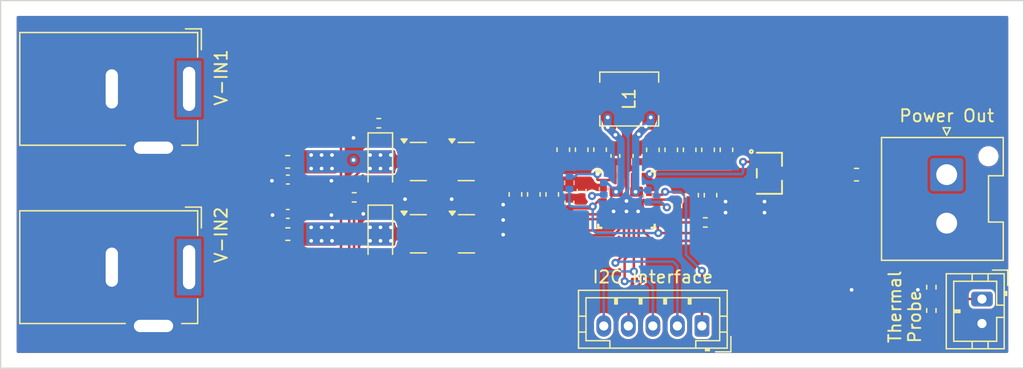
<source format=kicad_pcb>
(kicad_pcb (version 20240108) (generator "pcbnew") (generator_version "8.0")
  (title_block (title "BQ25792 BMS-BCS Dev Board") (date "2024-09-12") (rev "v0.2") (company "Karl Wünsche"))
  (layers (0 "F.Cu" mixed) (31 "B.Cu" mixed) (35 "F.Paste" user) (36 "B.SilkS" user "B.Silkscreen") (37 "F.SilkS" user "F.Silkscreen") (38 "B.Mask" user) (39 "F.Mask" user) (44 "Edge.Cuts" user))
  (net 0 "")
  (net 1 "GND")
  (net 2 "VBUS")
  (net 3 "/PMID")
  (net 4 "VIN2")
  (net 5 "VIN1")
  (net 6 "/REGN")
  (net 7 "/BTST1")
  (net 8 "/SW1")
  (net 9 "/BTST2")
  (net 10 "/SW2")
  (net 11 "VSYS")
  (net 12 "/BAT")
  (net 13 "Net-(D1-K)")
  (net 14 "Net-(D1-A)")
  (net 15 "Net-(D2-K)")
  (net 16 "Net-(D2-A)")
  (net 17 "Net-(F1-Pad1)")
  (net 18 "+BATT")
  (net 19 "Net-(J3-Pin_1)")
  (net 20 "Net-(F3-Pad1)")
  (net 21 "Net-(J5-Pin_2)")
  (net 22 "Net-(J5-Pin_4)")
  (net 23 "Net-(J5-Pin_1)")
  (net 24 "Net-(J5-Pin_3)")
  (net 25 "Net-(J5-Pin_5)")
  (net 26 "/SDRV")
  (net 27 "/ACDRV1")
  (net 28 "/ACDRV2")
  (net 29 "/PROG")
  (net 30 "/TS")
  (net 31 "/BATP")
  (net 32 "Net-(U1-STAT)")
  (footprint "Package_TO_SOT_SMD:SOT-23" (layer "F.Cu") (at 132.6875 117.4275)
    (property "Reference" "Q3" (hide yes))
    (property "Value" "ACFET2")
  )
  (footprint "Capacitor_SMD:C_0402_1005Metric" (layer "F.Cu") (at 150.55 111.0725 90)
    (property "Reference" "C14" (hide yes))
    (property "Value" "25V 0.1uF")
  )
  (footprint "Resistor_SMD:R_0402_1005Metric" (layer "F.Cu") (at 129.46 108.4 180)
    (property "Reference" "R1" (hide yes))
    (property "Value" "100")
  )
  (footprint "Package_TO_SOT_SMD:SOT-23" (layer "F.Cu") (at 136.5875 111.5275)
    (property "Reference" "Q2" (hide yes))
    (property "Value" "RBFET1")
  )
  (footprint "Fuse:Fuse_0603_1608Metric" (layer "F.Cu") (at 168.4 112.6 180)
    (property "Reference" "F2" (hide yes))
    (property "Value" "5A")
  )
  (footprint "Resistor_SMD:R_0402_1005Metric" (layer "F.Cu") (at 153.775 115.1475 90)
    (property "Reference" "R3" (hide yes))
    (property "Value" "27k")
  )
  (footprint "Capacitor_SMD:C_0603_1608Metric" (layer "F.Cu") (at 154.8 110.5725 -90)
    (property "Reference" "C17" (hide yes))
    (property "Value" "20V 10uF")
  )
  (footprint "Resistor_SMD:R_0402_1005Metric" (layer "F.Cu") (at 174.5 123.685 -90)
    (property "Reference" "R5" (hide yes))
    (property "Value" "30.31k")
  )
  (footprint "Package_TO_SOT_SMD:SOT-23" (layer "F.Cu") (at 132.6875 111.5275)
    (property "Reference" "Q1" (hide yes))
    (property "Value" "ACFET1")
  )
  (footprint "Capacitor_SMD:C_0402_1005Metric" (layer "F.Cu") (at 122.05 115.8025 180)
    (property "Reference" "C9" (hide yes))
    (property "Value" "16V 0.1uF")
  )
  (footprint "Resistor_SMD:R_0402_1005Metric" (layer "F.Cu") (at 174.5 121.785 -90)
    (property "Reference" "R4" (hide yes))
    (property "Value" "5.24k")
  )
  (footprint "Capacitor_SMD:C_0603_1608Metric" (layer "F.Cu") (at 142.1 114.2125 90)
    (property "Reference" "C3" (hide yes))
    (property "Value" "16V 10uF")
  )
  (footprint "Capacitor_SMD:C_0603_1608Metric" (layer "F.Cu") (at 156.5 114.275 90)
    (property "Reference" "C20" (hide yes))
    (property "Value" "20V 10uF")
  )
  (footprint "Package_DFN_QFN:RQM0029A-MFG" (layer "F.Cu") (at 149.649999 114.6375)
    (property "Reference" "U1" (hide yes))
    (property "Value" "BQ25792RQMR")
  )
  (footprint "Fuse:Fuse_0603_1608Metric" (layer "F.Cu") (at 122.0375 111.5525)
    (property "Reference" "F1" (hide yes))
    (property "Value" "5A")
  )
  (footprint "Capacitor_SMD:C_0402_1005Metric" (layer "F.Cu") (at 146 113.9175 -90)
    (property "Reference" "C1" (hide yes))
    (property "Value" "16V 0.1uF")
  )
  (footprint "Connector_BarrelJack:BarrelJack_GCT_DCJ200-10-A_Horizontal" (layer "F.Cu") (at 114 105.6 -90)
    (property "Reference" "J2" (hide yes))
    (property "Value" "Barrel Jack")
  )
  (footprint "Capacitor_SMD:C_0402_1005Metric" (layer "F.Cu") (at 148.749998 111.0725 90)
    (property "Reference" "C5" (hide yes))
    (property "Value" "16V 0.1uF")
  )
  (footprint "Capacitor_SMD:C_0603_1608Metric" (layer "F.Cu") (at 155 114.275 90)
    (property "Reference" "C21" (hide yes))
    (property "Value" "20V 10uF")
  )
  (footprint "Capacitor_SMD:C_0603_1608Metric" (layer "F.Cu") (at 146 110.5625 -90)
    (property "Reference" "C7" (hide yes))
    (property "Value" "16V 10uF")
  )
  (footprint "Capacitor_SMD:C_0603_1608Metric" (layer "F.Cu") (at 157.8 110.5725 -90)
    (property "Reference" "C15" (hide yes))
    (property "Value" "20V 10uF")
  )
  (footprint "Diode_SMD:D_SOD-123" (layer "F.Cu") (at 129.5875 111.55 -90)
    (property "Reference" "D1" (hide yes))
    (property "Value" "17V (nom)")
  )
  (footprint "Fuse:Fuse_0603_1608Metric" (layer "F.Cu") (at 122.05 117.4525)
    (property "Reference" "F3" (hide yes))
    (property "Value" "5A")
  )
  (footprint "Capacitor_SMD:C_0603_1608Metric" (layer "F.Cu") (at 153.3 110.5725 -90)
    (property "Reference" "C18" (hide yes))
    (property "Value" "20V 10uF")
  )
  (footprint "Capacitor_SMD:C_0603_1608Metric" (layer "F.Cu") (at 156.3 110.5725 -90)
    (property "Reference" "C16" (hide yes))
    (property "Value" "20V 10uF")
  )
  (footprint "Resistor_SMD:R_0402_1005Metric" (layer "F.Cu") (at 156.075 116.5)
    (property "Reference" "R6" (hide yes))
    (property "Value" "100")
  )
  (footprint "Connector_JST:JST_PH_B2B-PH-K_1x02_P2.00mm_Vertical" (layer "F.Cu") (at 178.625 122.75 -90)
    (property "Reference" "TH1" (hide yes))
    (property "Value" "Battery Probe" (hide yes))
  )
  (footprint "Capacitor_SMD:C_0402_1005Metric" (layer "F.Cu") (at 145 114.8775 90)
    (property "Reference" "C11" (hide yes))
    (property "Value" "10V 4.7uF")
  )
  (footprint "Capacitor_SMD:C_0603_1608Metric" (layer "F.Cu") (at 140.6 114.2125 90)
    (property "Reference" "C4" (hide yes))
    (property "Value" "16V 10uF")
  )
  (footprint "Inductor_SMD:L_4.5x4.1_H2" (layer "F.Cu") (at 149.875 106.427499)
    (property "Reference" "L1")
    (property "Value" "2.2uH Isat > 4A")
  )
  (footprint "Package_TO_SOT_SMD:SOT-23-3L" (layer "F.Cu") (at 161.3 112.487499 -90)
    (property "Reference" "Q5" (hide yes))
    (property "Value" "BATFET")
  )
  (footprint "Diode_SMD:D_SOD-123" (layer "F.Cu") (at 129.5875 117.45 -90)
    (property "Reference" "D2" (hide yes))
    (property "Value" "17V (nom)")
  )
  (footprint "Capacitor_SMD:C_0603_1608Metric" (layer "F.Cu") (at 144.5 110.5625 -90)
    (property "Reference" "C8" (hide yes))
    (property "Value" "16V 10uF")
  )
  (footprint "Resistor_SMD:R_0402_1005Metric" (layer "F.Cu") (at 127.46 114.4525 180)
    (property "Reference" "R2" (hide yes))
    (property "Value" "100")
  )
  (footprint "Capacitor_SMD:C_0402_1005Metric" (layer "F.Cu") (at 122.05 113.0025 180)
    (property "Reference" "C10" (hide yes))
    (property "Value" "16V 0.1uF")
  )
  (footprint "Connector_JST:JST_PH_B5B-PH-K_1x05_P2.00mm_Vertical" (layer "F.Cu") (at 155.8 124.95 180)
    (property "Reference" "J5" (hide yes))
    (property "Value" "I2C Interface")
  )
  (footprint "Capacitor_SMD:C_0603_1608Metric" (layer "F.Cu") (at 151.8 110.5725 -90)
    (property "Reference" "C19" (hide yes))
    (property "Value" "20V 10uF")
  )
  (footprint "Connector_BarrelJack:BarrelJack_GCT_DCJ200-10-A_Horizontal" (layer "F.Cu") (at 114 120.15 -90)
    (property "Reference" "J1" (hide yes))
    (property "Value" "Barrel Jack")
  )
  (footprint "Package_TO_SOT_SMD:SOT-23" (layer "F.Cu") (at 136.6125 117.4275)
    (property "Reference" "Q4" (hide yes))
    (property "Value" "RBFET2")
  )
  (footprint "Capacitor_SMD:C_0603_1608Metric" (layer "F.Cu") (at 147.5 110.5625 -90)
    (property "Reference" "C6" (hide yes))
    (property "Value" "16V 10uF")
  )
  (footprint "Connector_JST:JST_VH_B2P-VH-FB-B_1x02_P3.96mm_Vertical" (layer "F.Cu") (at 175.75 112.6 -90)
    (property "Reference" "J3" (hide yes))
    (property "Value" "Power Out")
  )
  (footprint "Capacitor_SMD:C_0603_1608Metric" (layer "F.Cu") (at 143.6 114.2125 90)
    (property "Reference" "C2" (hide yes))
    (property "Value" "16V 10uF")
  )
  (footprint "Resistor_SMD:R_0402_1005Metric" (layer "B.Cu") (at 145 113.2625 -90)
    (property "Reference" "R7" (hide yes))
    (property "Value" "10k")
  )
  (footprint "Capacitor_SMD:C_0402_1005Metric" (layer "B.Cu") (at 147.8 113.7525 -90)
    (property "Reference" "C12" (hide yes))
    (property "Value" "20V 47nF")
  )
  (footprint "Capacitor_SMD:C_0402_1005Metric" (layer "B.Cu") (at 151.4 114.3525 90)
    (property "Reference" "C13" (hide yes))
    (property "Value" "20V 47nF")
  )
  (gr_rect (start 98.6375 98.395) (end 182.0225 128.4) (stroke (width 0.1)) (fill none) (layer "Edge.Cuts"))
  (gr_text "Thermal\nProbe" (at 173.725 126.442858 90) (layer "F.SilkS") (effects (font (size 1 1) (thickness 0.153)) (justify left bottom)))
  (gr_text "V-IN1" (at 117.2 107.060714 90) (layer "F.SilkS") (effects (font (size 1 1) (thickness 0.153)) (justify left bottom)))
  (gr_text "V-IN2" (at 117.2 119.910714 90) (layer "F.SilkS") (effects (font (size 1 1) (thickness 0.153)) (justify left bottom)))
  (segment (start 147.5 109.7875) (end 147.51 109.7975) (width 0.8) (layer "F.Cu") (net 1))
  (segment (start 149.649999 112.937501) (end 149.649999 110.9525) (width 0.2) (layer "F.Cu") (net 1))
  (segment (start 151.79 109.7875) (end 151.8 109.7975) (width 0.2) (layer "F.Cu") (net 1))
  (segment (start 149.649999 112.937501) (end 149.649999 114.7525) (width 0.2) (layer "F.Cu") (net 1))
  (via (at 125.6 115.9) (size 0.66) (drill 0.3) (layers "F.Cu" "B.Cu") (net 1))
  (via (at 150.6 115.6) (size 0.66) (drill 0.3) (layers "F.Cu" "B.Cu") (net 1))
  (via (at 128.2 115.8) (size 0.66) (drill 0.3) (layers "F.Cu" "B.Cu") (net 1))
  (via (at 157.725 114.8) (size 0.66) (drill 0.3) (layers "F.Cu" "B.Cu") (net 1))
  (via (at 148.6 115.6) (size 0.66) (drill 0.3) (layers "F.Cu" "B.Cu") (net 1))
  (via (at 127.4 111.4) (size 0.66) (drill 0.3) (layers "F.Cu" "B.Cu") (net 1))
  (via (at 139.6 117.5) (size 0.66) (drill 0.3) (layers "F.Cu" "B.Cu") (net 1))
  (via (at 131.6 114.6) (size 0.66) (drill 0.3) (layers "F.Cu" "B.Cu") (net 1))
  (via (at 139.6 115.05) (size 0.66) (drill 0.3) (layers "F.Cu" "B.Cu") (net 1))
  (via (at 157.725 115.7) (size 0.66) (drill 0.3) (layers "F.Cu" "B.Cu") (net 1))
  (via (at 149.649999 115.6) (size 0.66) (drill 0.3) (layers "F.Cu" "B.Cu") (net 1))
  (via (at 139.6 116.3) (size 0.66) (drill 0.3) (layers "F.Cu" "B.Cu") (net 1))
  (via (at 135.4 114.6) (size 0.66) (drill 0.3) (layers "F.Cu" "B.Cu") (net 1))
  (via (at 149.649999 114.7525) (size 0.66) (drill 0.3) (layers "F.Cu" "B.Cu") (net 1))
  (via (at 160.9 114.8) (size 0.66) (drill 0.3) (layers "F.Cu" "B.Cu") (net 1))
  (via (at 160.9 115.7) (size 0.66) (drill 0.3) (layers "F.Cu" "B.Cu") (net 1))
  (via (at 127.4 109.6) (size 0.66) (drill 0.3) (layers "F.Cu" "B.Cu") (net 1))
  (via (at 173.4 122) (size 0.66) (drill 0.3) (layers "F.Cu" "B.Cu") (net 1))
  (via (at 168 122) (size 0.66) (drill 0.3) (layers "F.Cu" "B.Cu") (net 1))
  (via (at 120.8 115.9) (size 0.66) (drill 0.3) (layers "F.Cu" "B.Cu") (net 1))
  (via (at 120.75 113.1) (size 0.66) (drill 0.3) (layers "F.Cu" "B.Cu") (net 1))
  (via (at 125.6 113.1) (size 0.66) (drill 0.3) (layers "F.Cu" "B.Cu") (net 1))
  (segment (start 148.749998 111.5525) (end 148.749998 112.9125) (width 0.2) (layer "F.Cu") (net 3))
  (segment (start 147.5 111.3375) (end 147.715 111.5525) (width 0.57) (layer "F.Cu") (net 3))
  (segment (start 147.715 111.5525) (end 148.749998 111.5525) (width 0.57) (layer "F.Cu") (net 3))
  (segment (start 140.45 116.1025) (end 145.95 116.1025) (width 0.2) (layer "F.Cu") (net 4))
  (segment (start 140.25 116.3025) (end 140.45 116.1025) (width 0.2) (layer "F.Cu") (net 4))
  (segment (start 128.15 118.1025) (end 128.55 118.1025) (width 0.2) (layer "F.Cu") (net 4))
  (segment (start 122.53 117.145) (end 122.8375 117.4525) (width 0.2) (layer "F.Cu") (net 4))
  (segment (start 127.85 118.4025) (end 128.15 118.1025) (width 0.2) (layer "F.Cu") (net 4))
  (segment (start 139.1 119.9525) (end 140.25 118.8025) (width 0.2) (layer "F.Cu") (net 4))
  (segment (start 140.25 116.3025) (end 140.25 118.8025) (width 0.2) (layer "F.Cu") (net 4))
  (segment (start 122.53 115.8025) (end 122.53 117.145) (width 0.2) (layer "F.Cu") (net 4))
  (segment (start 145.95 116.1025) (end 146.215 115.8375) (width 0.2) (layer "F.Cu") (net 4))
  (segment (start 146.215 115.8375) (end 147.75 115.8375) (width 0.2) (layer "F.Cu") (net 4))
  (segment (start 139.1 119.9525) (end 127.85 119.9525) (width 0.2) (layer "F.Cu") (net 4))
  (segment (start 127.85 119.9525) (end 127.85 118.4025) (width 0.2) (layer "F.Cu") (net 4))
  (via (at 125.65 118) (size 0.66) (drill 0.3) (layers "F.Cu" "B.Cu") (net 4))
  (via (at 128.75 118) (size 0.66) (drill 0.3) (layers "F.Cu" "B.Cu") (net 4))
  (via (at 129.6 118) (size 0.66) (drill 0.3) (layers "F.Cu" "B.Cu") (net 4))
  (via (at 124.8 116.9) (size 0.66) (drill 0.3) (layers "F.Cu" "B.Cu") (net 4))
  (via (at 128.75 116.9) (size 0.66) (drill 0.3) (layers "F.Cu" "B.Cu") (net 4))
  (via (at 130.45 118) (size 0.66) (drill 0.3) (layers "F.Cu" "B.Cu") (net 4))
  (via (at 123.95 118) (size 0.66) (drill 0.3) (layers "F.Cu" "B.Cu") (net 4))
  (via (at 125.65 116.9) (size 0.66) (drill 0.3) (layers "F.Cu" "B.Cu") (net 4))
  (via (at 123.95 116.9) (size 0.66) (drill 0.3) (layers "F.Cu" "B.Cu") (net 4))
  (via (at 124.8 118) (size 0.66) (drill 0.3) (layers "F.Cu" "B.Cu") (net 4))
  (via (at 130.45 116.9) (size 0.66) (drill 0.3) (layers "F.Cu" "B.Cu") (net 4))
  (via (at 129.6 116.9) (size 0.66) (drill 0.3) (layers "F.Cu" "B.Cu") (net 4))
  (segment (start 140.65 118.9525) (end 139.25 120.3525) (width 0.2) (layer "F.Cu") (net 5))
  (segment (start 127.45 120.014948) (end 127.45 112.8025) (width 0.2) (layer "F.Cu") (net 5))
  (segment (start 146.415 116.2375) (end 146.15 116.5025) (width 0.2) (layer "F.Cu") (net 5))
  (segment (start 122.53 111.8475) (end 122.825 111.5525) (width 0.2) (layer "F.Cu") (net 5))
  (segment (start 146.15 116.5025) (end 140.75 116.5025) (width 0.2) (layer "F.Cu") (net 5))
  (segment (start 122.53 113.0025) (end 122.53 111.8475) (width 0.2) (layer "F.Cu") (net 5))
  (segment (start 140.75 116.5025) (end 140.65 116.6025) (width 0.2) (layer "F.Cu") (net 5))
  (segment (start 122.825 111.5525) (end 122.9875 111.5525) (width 0.2) (layer "F.Cu") (net 5))
  (segment (start 128.15 112.1025) (end 128.55 112.1025) (width 0.2) (layer "F.Cu") (net 5))
  (segment (start 127.787552 120.3525) (end 127.45 120.014948) (width 0.2) (layer "F.Cu") (net 5))
  (segment (start 127.45 112.8025) (end 128.15 112.1025) (width 0.2) (layer "F.Cu") (net 5))
  (segment (start 147.949999 116.2375) (end 146.415 116.2375) (width 0.2) (layer "F.Cu") (net 5))
  (segment (start 139.25 120.3525) (end 127.787552 120.3525) (width 0.2) (layer "F.Cu") (net 5))
  (segment (start 140.65 116.6025) (end 140.65 118.9525) (width 0.2) (layer "F.Cu") (net 5))
  (via (at 130.45 111) (size 0.66) (drill 0.3) (layers "F.Cu" "B.Cu") (net 5))
  (via (at 128.75 111) (size 0.66) (drill 0.3) (layers "F.Cu" "B.Cu") (net 5))
  (via (at 124.8 111) (size 0.66) (drill 0.3) (layers "F.Cu" "B.Cu") (net 5))
  (via (at 129.6 111) (size 0.66) (drill 0.3) (layers "F.Cu" "B.Cu") (net 5))
  (via (at 129.6 112.1) (size 0.66) (drill 0.3) (layers "F.Cu" "B.Cu") (net 5))
  (via (at 128.75 112.1) (size 0.66) (drill 0.3) (layers "F.Cu" "B.Cu") (net 5))
  (via (at 123.95 111) (size 0.66) (drill 0.3) (layers "F.Cu" "B.Cu") (net 5))
  (via (at 130.45 112.1) (size 0.66) (drill 0.3) (layers "F.Cu" "B.Cu") (net 5))
  (via (at 125.65 111) (size 0.66) (drill 0.3) (layers "F.Cu" "B.Cu") (net 5))
  (via (at 123.95 112.1) (size 0.66) (drill 0.3) (layers "F.Cu" "B.Cu") (net 5))
  (via (at 125.65 112.1) (size 0.66) (drill 0.3) (layers "F.Cu" "B.Cu") (net 5))
  (via (at 124.8 112.1) (size 0.66) (drill 0.3) (layers "F.Cu" "B.Cu") (net 5))
  (segment (start 147.4625 114.6375) (end 147.75 114.6375) (width 0.2) (layer "F.Cu") (net 6))
  (segment (start 162.37 117.37) (end 166.275 121.275) (width 0.2) (layer "F.Cu") (net 6))
  (segment (start 146.9 115.2) (end 147.4625 114.6375) (width 0.2) (layer "F.Cu") (net 6))
  (segment (start 152.245478 117.37) (end 152.2 117.324522) (width 0.2) (layer "F.Cu") (net 6))
  (segment (start 146.9 115.2) (end 146.7425 115.3575) (width 0.2) (layer "F.Cu") (net 6))
  (segment (start 166.275 121.275) (end 174.5 121.275) (width 0.2) (layer "F.Cu") (net 6))
  (segment (start 152.049998 115.8375) (end 151.499998 115.8375) (width 0.2) (layer "F.Cu") (net 6))
  (segment (start 152.2 115.987502) (end 152.049998 115.8375) (width 0.2) (layer "F.Cu") (net 6))
  (segment (start 152.245478 117.37) (end 162.37 117.37) (width 0.2) (layer "F.Cu") (net 6))
  (segment (start 152.2 117.324522) (end 152.2 115.987502) (width 0.2) (layer "F.Cu") (net 6))
  (segment (start 146.7425 115.3575) (end 145 115.3575) (width 0.2) (layer "F.Cu") (net 6))
  (via (at 146.9 115.2) (size 0.66) (drill 0.3) (layers "F.Cu" "B.Cu") (net 6))
  (via (at 152.245478 117.37) (size 0.66) (drill 0.3) (layers "F.Cu" "B.Cu") (net 6))
  (segment (start 145.0975 115.2) (end 145 115.1025) (width 0.2) (layer "B.Cu") (net 6))
  (segment (start 146.9 117.1) (end 147.17 117.37) (width 0.2) (layer "B.Cu") (net 6))
  (segment (start 147.17 117.37) (end 152.245478 117.37) (width 0.2) (layer "B.Cu") (net 6))
  (segment (start 146.9 115.2) (end 145.0975 115.2) (width 0.2) (layer "B.Cu") (net 6))
  (segment (start 145 115.1025) (end 145 113.7725) (width 0.2) (layer "B.Cu") (net 6))
  (segment (start 146.9 115.2) (end 146.9 117.1) (width 0.2) (layer "B.Cu") (net 6))
  (segment (start 146.944592 114.237501) (end 147.75 114.237501) (width 0.2) (layer "F.Cu") (net 7))
  (segment (start 146.839999 114.342094) (end 146.944592 114.237501) (width 0.2) (layer "F.Cu") (net 7))
  (via (at 146.839999 114.342094) (size 0.66) (drill 0.3) (layers "F.Cu" "B.Cu") (net 7))
  (segment (start 146.839999 114.342094) (end 146.949593 114.2325) (width 0.2) (layer "B.Cu") (net 7))
  (segment (start 146.949593 114.2325) (end 147.8 114.2325) (width 0.2) (layer "B.Cu") (net 7))
  (segment (start 148.747502 109.35) (end 148.125001 108.727499) (width 0.6) (layer "F.Cu") (net 8))
  (segment (start 148.8 114) (end 148.9775 114) (width 0.2) (layer "F.Cu") (net 8))
  (segment (start 148.75 109.35) (end 148.747502 109.35) (width 0.2) (layer "F.Cu") (net 8))
  (segment (start 148.125001 107.927499) (end 148.125001 106.4525) (width 0.4) (layer "F.Cu") (net 8))
  (segment (start 149.2 113.6) (end 148.8 114) (width 0.2) (layer "F.Cu") (net 8))
  (segment (start 149.2 112.937501) (end 149.2 113.6) (width 0.2) (layer "F.Cu") (net 8))
  (via (at 148.75 109.35) (size 0.66) (drill 0.3) (layers "F.Cu" "B.Cu") (net 8))
  (via (at 148.8 114) (size 0.66) (drill 0.3) (layers "F.Cu" "B.Cu") (net 8))
  (via (at 148.125001 108.727499) (size 0.66) (drill 0.3) (layers "F.Cu" "B.Cu") (net 8))
  (via (at 148.125001 107.927499) (size 0.66) (drill 0.3) (layers "F.Cu" "B.Cu") (net 8))
  (segment (start 149.2 109.802498) (end 148.125001 108.727499) (width 0.6) (layer "B.Cu") (net 8))
  (segment (start 149.2 113.6) (end 149.2 109.802498) (width 0.6) (layer "B.Cu") (net 8))
  (segment (start 148.8 114) (end 149.2 113.6) (width 0.6) (layer "B.Cu") (net 8))
  (segment (start 148.8 114) (end 148.0725 113.2725) (width 0.2) (layer "B.Cu") (net 8))
  (segment (start 148.125001 107.927499) (end 148.125001 108.727499) (width 0.6) (layer "B.Cu") (net 8))
  (segment (start 148.0725 113.2725) (end 147.8 113.2725) (width 0.2) (layer "B.Cu") (net 8))
  (segment (start 148.2 108.727499) (end 148.125001 108.727499) (width 0.4) (layer "B.Cu") (net 8))
  (segment (start 152.943998 115.267499) (end 152.713998 115.037499) (width 0.2) (layer "F.Cu") (net 9))
  (segment (start 152.713998 115.037499) (end 151.509998 115.037499) (width 0.2) (layer "F.Cu") (net 9))
  (via (at 152.943998 115.267499) (size 0.66) (drill 0.3) (layers "F.Cu" "B.Cu") (net 9))
  (segment (start 152.508999 114.8325) (end 151.4 114.8325) (width 0.2) (layer "B.Cu") (net 9))
  (segment (start 152.943998 115.267499) (end 152.508999 114.8325) (width 0.2) (layer "B.Cu") (net 9))
  (segment (start 150.65 109.25) (end 151.225 108.675) (width 0.6) (layer "F.Cu") (net 10))
  (segment (start 151.625001 108.274999) (end 151.625001 107.927499) (width 0.6) (layer "F.Cu") (net 10))
  (segment (start 150.099998 112.937501) (end 150.099998 113.708752) (width 0.2) (layer "F.Cu") (net 10))
  (segment (start 150.65 109.3) (end 150.65 109.25) (width 0.2) (layer "F.Cu") (net 10))
  (segment (start 151.625001 107.927499) (end 151.625001 106.452498) (width 0.4) (layer "F.Cu") (net 10))
  (segment (start 151.225 108.675) (end 151.625001 108.274999) (width 0.6) (layer "F.Cu") (net 10))
  (segment (start 151.625001 106.452498) (end 151.65 106.427499) (width 0.4) (layer "F.Cu") (net 10))
  (segment (start 150.099998 113.708752) (end 150.391246 114) (width 0.2) (layer "F.Cu") (net 10))
  (via (at 151.625001 107.927499) (size 0.66) (drill 0.3) (layers "F.Cu" "B.Cu") (net 10))
  (via (at 150.391246 114) (size 0.66) (drill 0.3) (layers "F.Cu" "B.Cu") (net 10))
  (via (at 150.65 109.3) (size 0.66) (drill 0.3) (layers "F.Cu" "B.Cu") (net 10))
  (via (at 151.225 108.675) (size 0.66) (drill 0.3) (layers "F.Cu" "B.Cu") (net 10))
  (segment (start 150.4 109.55) (end 151.625001 108.324999) (width 0.6) (layer "B.Cu") (net 10))
  (segment (start 150.391246 113.863469) (end 150.400277 113.8725) (width 0.2) (layer "B.Cu") (net 10))
  (segment (start 150.400277 113.8725) (end 151.4 113.8725) (width 0.2) (layer "B.Cu") (net 10))
  (segment (start 150.4 113.854715) (end 150.4 109.55) (width 0.6) (layer "B.Cu") (net 10))
  (segment (start 150.391246 113.863469) (end 150.4 113.854715) (width 0.6) (layer "B.Cu") (net 10))
  (segment (start 151.625001 108.324999) (end 151.625001 107.927499) (width 0.6) (layer "B.Cu") (net 10))
  (segment (start 151.8 111.3475) (end 151.595 111.5525) (width 0.57) (layer "F.Cu") (net 11))
  (segment (start 151.595 111.5525) (end 150.55 111.5525) (width 0.57) (layer "F.Cu") (net 11))
  (segment (start 150.55 111.5525) (end 150.55 112.937501) (width 0.2) (layer "F.Cu") (net 11))
  (segment (start 131.75 110.5775) (end 131.1 109.9275) (width 0.2) (layer "F.Cu") (net 13))
  (segment (start 136.1375 110.5775) (end 136.2875 110.4275) (width 0.2) (layer "F.Cu") (net 13))
  (segment (start 129.615 109.9275) (end 129.5875 109.9) (width 0.2) (layer "F.Cu") (net 13))
  (segment (start 131.925 110.4025) (end 135.475 110.4025) (width 0.2) (layer "F.Cu") (net 13))
  (segment (start 131.75 110.5775) (end 131.925 110.4025) (width 0.2) (layer "F.Cu") (net 13))
  (segment (start 135.65 110.5775) (end 136.2375 110.5775) (width 0.2) (layer "F.Cu") (net 13))
  (segment (start 129.97 108.4) (end 129.97 109.5175) (width 0.2) (layer "F.Cu") (net 13))
  (segment (start 129.97 109.5175) (end 129.5875 109.9) (width 0.2) (layer "F.Cu") (net 13))
  (segment (start 131.1 109.9275) (end 129.615 109.9275) (width 0.2) (layer "F.Cu") (net 13))
  (segment (start 129.6 114.6025) (end 129.45 114.4525) (width 0.2) (layer "F.Cu") (net 15))
  (segment (start 131.55 116.4775) (end 131.725 116.3025) (width 0.2) (layer "F.Cu") (net 15))
  (segment (start 136.0375 116.4775) (end 136.1875 116.3275) (width 0.2) (layer "F.Cu") (net 15))
  (segment (start 131.725 116.3025) (end 135.275 116.3025) (width 0.2) (layer "F.Cu") (net 15))
  (segment (start 130.9 115.8275) (end 129.415 115.8275) (width 0.2) (layer "F.Cu") (net 15))
  (segment (start 136.2875 116.3275) (end 136.3125 116.3025) (width 0.2) (layer "F.Cu") (net 15))
  (segment (start 131.55 116.4775) (end 130.9 115.8275) (width 0.2) (layer "F.Cu") (net 15))
  (segment (start 129.6 115.7875) (end 129.6 114.6025) (width 0.2) (layer "F.Cu") (net 15))
  (segment (start 129.45 114.4525) (end 127.97 114.4525) (width 0.2) (layer "F.Cu") (net 15))
  (segment (start 129.5875 115.8) (end 129.6 115.7875) (width 0.2) (layer "F.Cu") (net 15))
  (segment (start 156.585 116.5) (end 161.3 116.5) (width 0.2) (layer "F.Cu") (net 18))
  (segment (start 161.3 116.5) (end 161.6 116.2) (width 0.2) (layer "F.Cu") (net 18))
  (segment (start 161.6 116.2) (end 161.6 113.6) (width 0.2) (layer "F.Cu") (net 18))
  (segment (start 149.449999 119.100001) (end 149.449999 116.537499) (width 0.2) (layer "F.Cu") (net 21))
  (segment (start 148.75 119.8) (end 149.449999 119.100001) (width 0.2) (layer "F.Cu") (net 21))
  (via (at 148.75 119.8) (size 0.66) (drill 0.3) (layers "F.Cu" "B.Cu") (net 21))
  (segment (start 148.850001 119.699999) (end 153.449999 119.699999) (width 0.2) (layer "B.Cu") (net 21))
  (segment (start 153.449999 119.699999) (end 153.8 120.05) (width 0.2) (layer "B.Cu") (net 21))
  (segment (start 148.75 119.8) (end 148.850001 119.699999) (width 0.2) (layer "B.Cu") (net 21))
  (segment (start 153.8 120.05) (end 153.8 124.95) (width 0.2) (layer "B.Cu") (net 21))
  (segment (start 150.65 116.537499) (end 150.65 118.65) (width 0.2) (layer "F.Cu") (net 22))
  (segment (start 150.9 121.35) (end 149.827 122.423) (width 0.2) (layer "F.Cu") (net 22))
  (segment (start 150.9 118.9) (end 150.9 121.35) (width 0.2) (layer "F.Cu") (net 22))
  (segment (start 150.65 118.65) (end 150.9 118.9) (width 0.2) (layer "F.Cu") (net 22))
  (segment (start 149.827 124.923) (end 149.8 124.95) (width 0.2) (layer "F.Cu") (net 22))
  (segment (start 149.827 122.423) (end 149.827 124.923) (width 0.2) (layer "F.Cu") (net 22))
  (segment (start 152.8 114) (end 152.562499 114.237501) (width 0.2) (layer "F.Cu") (net 23))
  (segment (start 152.562499 114.237501) (end 151.549998 114.237501) (width 0.2) (layer "F.Cu") (net 23))
  (segment (start 155.8 120.4525) (end 155.8 124.95) (width 0.2) (layer "F.Cu") (net 23))
  (via (at 155.8 120.4525) (size 0.66) (drill 0.3) (layers "F.Cu" "B.Cu") (net 23))
  (via (at 152.8 114) (size 0.66) (drill 0.3) (layers "F.Cu" "B.Cu") (net 23))
  (segment (start 154.0475 114) (end 154.5 114.4525) (width 0.2) (layer "B.Cu") (net 23))
  (segment (start 152.8 114) (end 154.0475 114) (width 0.2) (layer "B.Cu") (net 23))
  (segment (start 154.5 114.4525) (end 154.5 119.1525) (width 0.2) (layer "B.Cu") (net 23))
  (segment (start 154.5 119.1525) (end 155.8 120.4525) (width 0.2) (layer "B.Cu") (net 23))
  (segment (start 149.849999 119.1525) (end 149.849999 116.537499) (width 0.2) (layer "F.Cu") (net 24))
  (segment (start 149.5 119.502499) (end 149.849999 119.1525) (width 0.2) (layer "F.Cu") (net 24))
  (segment (start 149.5 121.3) (end 149.5 119.502499) (width 0.2) (layer "F.Cu") (net 24))
  (via (at 149.5 121.3) (size 0.66) (drill 0.3) (layers "F.Cu" "B.Cu") (net 24))
  (segment (start 151.4 121.3) (end 151.8 121.7) (width 0.2) (layer "B.Cu") (net 24))
  (segment (start 151.8 121.7) (end 151.8 124.95) (width 0.2) (layer "B.Cu") (net 24))
  (segment (start 149.5 121.3) (end 151.4 121.3) (width 0.2) (layer "B.Cu") (net 24))
  (segment (start 150.249998 116.537499) (end 150.249998 120.5) (width 0.2) (layer "F.Cu") (net 25))
  (via (at 150.249998 120.5) (size 0.66) (drill 0.3) (layers "F.Cu" "B.Cu") (net 25))
  (segment (start 147.8 120.589998) (end 147.8 124.95) (width 0.2) (layer "B.Cu") (net 25))
  (segment (start 150.249998 120.5) (end 147.889998 120.5) (width 0.2) (layer "B.Cu") (net 25))
  (segment (start 147.889998 120.5) (end 147.8 120.589998) (width 0.2) (layer "B.Cu") (net 25))
  (segment (start 159.15 111.5525) (end 160.139798 111.5525) (width 0.2) (layer "F.Cu") (net 26))
  (via (at 151.55 112.55) (size 0.66) (drill 0.3) (layers "F.Cu" "B.Cu") (net 26))
  (via (at 159.15 111.5525) (size 0.66) (drill 0.3) (layers "F.Cu" "B.Cu") (net 26))
  (segment (start 159.15 112.45) (end 159.05 112.55) (width 0.2) (layer "B.Cu") (net 26))
  (segment (start 151.55 112.55) (end 151.6 112.5) (width 0.2) (layer "B.Cu") (net 26))
  (segment (start 159.05 112.55) (end 151.55 112.55) (width 0.2) (layer "B.Cu") (net 26))
  (segment (start 159.15 111.5525) (end 159.15 112.45) (width 0.2) (layer "B.Cu") (net 26))
  (segment (start 126.38 109.0725) (end 127.0525 108.4) (width 0.2) (layer "F.Cu") (net 27))
  (segment (start 126.38 120.0825) (end 126.38 109.0725) (width 0.2) (layer "F.Cu") (net 27))
  (segment (start 149.05 116.537499) (end 149.05 117.099944) (width 0.2) (layer "F.Cu") (net 27))
  (segment (start 149.05 117.099944) (end 148.597444 117.5525) (width 0.2) (layer "F.Cu") (net 27))
  (segment (start 148.597444 117.5525) (end 141.55 117.5525) (width 0.2) (layer "F.Cu") (net 27))
  (segment (start 141.45 117.6525) (end 141.45 119.2525) (width 0.2) (layer "F.Cu") (net 27))
  (segment (start 141.55 117.5525) (end 141.45 117.6525) (width 0.2) (layer "F.Cu") (net 27))
  (segment (start 139.55 121.1525) (end 127.45 121.1525) (width 0.2) (layer "F.Cu") (net 27))
  (segment (start 141.45 119.2525) (end 139.55 121.1525) (width 0.2) (layer "F.Cu") (net 27))
  (segment (start 127.0525 108.4) (end 128.82 108.4) (width 0.2) (layer "F.Cu") (net 27))
  (segment (start 127.45 121.1525) (end 126.38 120.0825) (width 0.2) (layer "F.Cu") (net 27))
  (segment (start 141.15 117.1525) (end 141.05 117.2525) (width 0.2) (layer "F.Cu") (net 28))
  (segment (start 141.05 119.1025) (end 139.4 120.7525) (width 0.2) (layer "F.Cu") (net 28))
  (segment (start 127.05 120.2025) (end 127.05 114.5525) (width 0.2) (layer "F.Cu") (net 28))
  (segment (start 127.05 114.5525) (end 126.95 114.4525) (width 0.2) (layer "F.Cu") (net 28))
  (segment (start 127.6 120.7525) (end 127.05 120.2025) (width 0.2) (layer "F.Cu") (net 28))
  (segment (start 141.05 117.2525) (end 141.05 119.1025) (width 0.2) (layer "F.Cu") (net 28))
  (segment (start 148.534996 117.1525) (end 141.15 117.1525) (width 0.2) (layer "F.Cu") (net 28))
  (segment (start 148.649998 116.537499) (end 148.649998 117.037498) (width 0.2) (layer "F.Cu") (net 28))
  (segment (start 139.4 120.7525) (end 127.6 120.7525) (width 0.2) (layer "F.Cu") (net 28))
  (segment (start 148.649998 117.037498) (end 148.534996 117.1525) (width 0.2) (layer "F.Cu") (net 28))
  (segment (start 151.549998 114.6375) (end 153.775 114.6375) (width 0.2) (layer "F.Cu") (net 29))
  (segment (start 167 122.8) (end 174.5 122.8) (width 0.2) (layer "F.Cu") (net 30))
  (segment (start 162.2 118) (end 167 122.8) (width 0.2) (layer "F.Cu") (net 30))
  (segment (start 174.5 122.745) (end 174.505 122.75) (width 0.2) (layer "F.Cu") (net 30))
  (segment (start 151.049999 116.5375) (end 151.049999 117.249999) (width 0.2) (layer "F.Cu") (net 30))
  (segment (start 174.5 122.295) (end 174.5 122.745) (width 0.2) (layer "F.Cu") (net 30))
  (segment (start 151.049999 117.249999) (end 151.8 118) (width 0.2) (layer "F.Cu") (net 30))
  (segment (start 174.5 122.745) (end 174.5 123.175) (width 0.2) (layer "F.Cu") (net 30))
  (segment (start 151.8 118) (end 162.2 118) (width 0.2) (layer "F.Cu") (net 30))
  (segment (start 174.505 122.75) (end 178.625 122.75) (width 0.2) (layer "F.Cu") (net 30))
  (segment (start 152.223042 115.437498) (end 152.6 115.814456) (width 0.2) (layer "F.Cu") (net 31))
  (segment (start 152.7 116.5) (end 155.565 116.5) (width 0.2) (layer "F.Cu") (net 31))
  (segment (start 152.6 116.4) (end 152.7 116.5) (width 0.2) (layer "F.Cu") (net 31))
  (segment (start 151.524999 115.437498) (end 152.223042 115.437498) (width 0.2) (layer "F.Cu") (net 31))
  (segment (start 152.6 115.814456) (end 152.6 116.4) (width 0.2) (layer "F.Cu") (net 31))
  (segment (start 147.280134 112.56047) (end 147.280134 112.980134) (width 0.2) (layer "F.Cu") (net 32))
  (segment (start 147.280134 112.980134) (end 147.3375 113.0375) (width 0.2) (layer "F.Cu") (net 32))
  (segment (start 147.3375 113.0375) (end 147.749999 113.0375) (width 0.2) (layer "F.Cu") (net 32))
  (via (at 147.280134 112.56047) (size 0.66) (drill 0.3) (layers "F.Cu" "B.Cu") (net 32))
  (segment (start 145.4475 112.7525) (end 145 112.7525) (width 0.2) (layer "B.Cu") (net 32))
  (segment (start 145.63953 112.56047) (end 145.4475 112.7525) (width 0.2) (layer "B.Cu") (net 32))
  (segment (start 147.280134 112.56047) (end 145.63953 112.56047) (width 0.2) (layer "B.Cu") (net 32))
  (zone (net 19) (net_name "Net-(J3-Pin_1)") (layer "F.Cu") (priority 5) (connect_pads yes (clearance 0)) (min_thickness 0.25) (fill yes (thermal_gap 0.5) (thermal_bridge_width 0.5) (island_removal_mode 1) (island_area_min 10))
    (polygon (pts (xy 168.45 109.2) (xy 168.45 114.5) (xy 177.8 114.5) (xy 177.8 109.2)))
  )
  (zone (net 5) (net_name "VIN1") (layer "F.Cu") (priority 7) (connect_pads yes (clearance 0)) (min_thickness 0.25) (fill yes (thermal_gap 0.5) (thermal_bridge_width 0.5) (island_removal_mode 1) (island_area_min 10))
    (polygon (pts (xy 122.0375 112.5025) (xy 122.0375 110.6025) (xy 126.0375 110.6025) (xy 126.0375 112.5025)))
  )
  (zone (net 20) (net_name "Net-(F3-Pad1)") (layer "F.Cu") (priority 7) (connect_pads yes (clearance 0)) (min_thickness 0.25) (fill yes (thermal_gap 0.5) (thermal_bridge_width 0.5) (island_removal_mode 1) (island_area_min 10))
    (polygon (pts (xy 119.8 118.3525) (xy 119.8 116.5025) (xy 122.2 116.5025) (xy 122.2 118.3525)))
  )
  (zone (net 2) (net_name "VBUS") (layer "F.Cu") (priority 8) (connect_pads yes (clearance 0)) (min_thickness 0.25) (fill yes (thermal_gap 0.5) (thermal_bridge_width 0.5) (island_removal_mode 1) (island_area_min 10))
    (polygon (pts (xy 138.75 110.6025) (xy 142.1 110.6025) (xy 142.1 113.9525) (xy 139.15 113.9525) (xy 139.15 118.1) (xy 138.75 118.1025) (xy 138.75 116.5) (xy 136.65 116.5025) (xy 136.65 112.2025) (xy 138.55 112.2025) (xy 138.75 112.2025)))
  )
  (zone (net 17) (net_name "Net-(F1-Pad1)") (layer "F.Cu") (priority 7) (connect_pads yes (clearance 0)) (min_thickness 0.25) (fill yes (thermal_gap 0.5) (thermal_bridge_width 0.5) (smoothing chamfer) (radius 0.4) (island_removal_mode 1) (island_area_min 10))
    (polygon (pts (xy 115.525 112.4525) (xy 115.525 100.65) (xy 119.8125 100.65) (xy 119.8125 112.4525)))
  )
  (zone (net 10) (net_name "/SW2") (layer "F.Cu") (priority 4) (connect_pads yes (clearance 0)) (min_thickness 0.25) (fill yes (thermal_gap 0.5) (thermal_bridge_width 0.5) (island_removal_mode 1) (island_area_min 10))
    (polygon (pts (xy 149.875 113.575) (xy 151 113.575) (xy 151 114.4) (xy 149.875 114.4)))
  )
  (zone (net 8) (net_name "/SW1") (layer "F.Cu") (priority 4) (connect_pads yes (clearance 0)) (min_thickness 0.25) (fill yes (thermal_gap 0.5) (thermal_bridge_width 0.5) (island_removal_mode 1) (island_area_min 10))
    (polygon (pts (xy 148.275 113.575) (xy 149.4 113.575) (xy 149.4 114.4) (xy 148.275 114.4)))
  )
  (zone (net 17) (net_name "Net-(F1-Pad1)") (layer "F.Cu") (priority 7) (connect_pads yes (clearance 0)) (min_thickness 0.25) (fill yes (thermal_gap 0.5) (thermal_bridge_width 0.5) (island_removal_mode 1) (island_area_min 10))
    (polygon (pts (xy 109.225 108.8) (xy 109.225 100.65) (xy 115.525 100.65) (xy 115.525 108.8)))
  )
  (zone (net 4) (net_name "VIN2") (layer "F.Cu") (priority 7) (connect_pads yes (clearance 0)) (min_thickness 0.25) (fill yes (thermal_gap 0.5) (thermal_bridge_width 0.5) (island_removal_mode 1) (island_area_min 10))
    (polygon (pts (xy 134.65 116.5) (xy 134.65 118.4) (xy 128.35 118.4) (xy 128.35 116.5)))
  )
  (zone (net 3) (net_name "/PMID") (layer "F.Cu") (priority 5) (connect_pads yes (clearance 0)) (min_thickness 0.25) (fill yes (thermal_gap 0.5) (thermal_bridge_width 0.5) (island_removal_mode 1) (island_area_min 10))
    (polygon (pts (xy 142.1 110.8525) (xy 142.1 112.7525) (xy 148.2 112.7525) (xy 148.2 110.8525)))
  )
  (zone (net 14) (net_name "Net-(D1-A)") (layer "F.Cu") (priority 6) (connect_pads yes (clearance 0)) (min_thickness 0.25) (fill yes (thermal_gap 0.5) (thermal_bridge_width 0.5) (island_removal_mode 1) (island_area_min 10))
    (polygon (pts (xy 128.95 113.4025) (xy 136.65 113.4025) (xy 136.65 112.2025) (xy 128.95 112.2025)))
  )
  (zone (net 18) (net_name "+BATT") (layer "F.Cu") (priority 5) (connect_pads yes (clearance 0)) (min_thickness 0.25) (fill yes (thermal_gap 0.5) (thermal_bridge_width 0.5) (island_removal_mode 1) (island_area_min 10))
    (polygon (pts (xy 161.25 111.2) (xy 161.25 113.9) (xy 168.4 113.9) (xy 168.4 111.2)))
  )
  (zone (net 2) (net_name "VBUS") (layer "F.Cu") (priority 7) (connect_pads yes (clearance 0)) (min_thickness 0.25) (fill yes (thermal_gap 0.5) (thermal_bridge_width 0.5) (island_removal_mode 1) (island_area_min 10))
    (polygon (pts (xy 139.9 118.1) (xy 139.9 119.7) (xy 136.65 119.7) (xy 136.65 118.1)))
  )
  (zone (net 20) (net_name "Net-(F3-Pad1)") (layer "F.Cu") (priority 9) (connect_pads yes (clearance 0)) (min_thickness 0.25) (fill yes (thermal_gap 0.5) (thermal_bridge_width 0.5) (smoothing chamfer) (radius 0.4) (island_removal_mode 1) (island_area_min 10))
    (polygon (pts (xy 109.25 123.3) (xy 119.8 123.3) (xy 119.8 115.225) (xy 109.225 115.225)))
  )
  (zone (net 11) (net_name "VSYS") (layer "F.Cu") (priority 6) (connect_pads yes (clearance 0)) (min_thickness 0.25) (fill yes (thermal_gap 0.5) (thermal_bridge_width 0.5) (island_removal_mode 1) (island_area_min 10))
    (polygon (pts (xy 151.1 112.0525) (xy 151.1 110.8525) (xy 158.3 110.8525) (xy 158.3 112.0525)))
  )
  (zone (net 2) (net_name "VBUS") (layer "F.Cu") (priority 7) (connect_pads yes (clearance 0)) (min_thickness 0.25) (fill yes (thermal_gap 0.5) (thermal_bridge_width 0.5) (island_removal_mode 1) (island_area_min 10))
    (polygon (pts (xy 138.75 110.6025) (xy 138.75 112.2025) (xy 134.65 112.2025) (xy 134.65 110.6025)))
  )
  (zone (net 2) (net_name "VBUS") (layer "F.Cu") (priority 7) (connect_pads yes (clearance 0)) (min_thickness 0.25) (fill yes (thermal_gap 0.5) (thermal_bridge_width 0.5) (island_removal_mode 1) (island_area_min 10))
    (polygon (pts (xy 138.75 116.5) (xy 138.75 118.1) (xy 134.7 118.1) (xy 134.7 116.5)))
  )
  (zone (net 16) (net_name "Net-(D2-A)") (layer "F.Cu") (priority 6) (connect_pads yes (clearance 0)) (min_thickness 0.25) (fill yes (thermal_gap 0.5) (thermal_bridge_width 0.5) (island_removal_mode 1) (island_area_min 10))
    (polygon (pts (xy 128.95 119.7) (xy 136.65 119.7) (xy 136.65 118.1) (xy 128.95 118.1)))
  )
  (zone (net 5) (net_name "VIN1") (layer "F.Cu") (priority 7) (connect_pads yes (clearance 0)) (min_thickness 0.25) (fill yes (thermal_gap 0.5) (thermal_bridge_width 0.5) (island_removal_mode 1) (island_area_min 10))
    (polygon (pts (xy 134.65 110.6025) (xy 134.65 112.5025) (xy 128.35 112.5025) (xy 128.35 110.6025)))
  )
  (zone (net 26) (net_name "/SDRV") (layer "F.Cu") (priority 4) (connect_pads yes (clearance 0)) (min_thickness 0.25) (fill yes (thermal_gap 0.5) (thermal_bridge_width 0.5) (island_removal_mode 1) (island_area_min 10))
    (polygon (pts (xy 150.9 112.45) (xy 151.85 112.45) (xy 151.85 113.15) (xy 150.9 113.15)))
  )
  (zone (net 17) (net_name "Net-(F1-Pad1)") (layer "F.Cu") (priority 7) (connect_pads yes (clearance 0)) (min_thickness 0.25) (fill yes (thermal_gap 0.5) (thermal_bridge_width 0.5) (island_removal_mode 1) (island_area_min 10))
    (polygon (pts (xy 119.8125 112.4525) (xy 119.8125 110.6025) (xy 122.2125 110.6025) (xy 122.2125 112.4525)))
  )
  (zone (net 4) (net_name "VIN2") (layer "F.Cu") (priority 7) (connect_pads yes (clearance 0)) (min_thickness 0.25) (fill yes (thermal_gap 0.5) (thermal_bridge_width 0.5) (island_removal_mode 1) (island_area_min 10))
    (polygon (pts (xy 122.2 118.4025) (xy 122.2 116.5025) (xy 126.1 116.5025) (xy 126.1 118.4025)))
  )
  (zone (net 12) (net_name "/BAT") (layer "F.Cu") (priority 5) (connect_pads yes (clearance 0)) (min_thickness 0.25) (fill yes (thermal_gap 0.5) (thermal_bridge_width 0.5) (island_removal_mode 1) (island_area_min 10))
    (polygon (pts (xy 151.3 112.0525) (xy 151.3 114.1525) (xy 161.25 114.1525) (xy 161.25 112.0525)))
  )
  (zone (net 2) (net_name "VBUS") (layer "F.Cu") (priority 5) (connect_pads yes (clearance 0)) (min_thickness 0.25) (fill yes (thermal_gap 0.5) (thermal_bridge_width 0.5) (island_removal_mode 1) (island_area_min 10))
    (polygon (pts (xy 139.9 112.7525) (xy 139.9 113.9525) (xy 148.05 113.9525) (xy 148.05 112.7525)))
  )
  (zone (net 10) (net_name "/SW2") (layer "F.Cu") (priority 4) (connect_pads yes (clearance 0)) (min_thickness 0.25) (fill yes (thermal_gap 0.5) (thermal_bridge_width 0.5) (island_removal_mode 1) (island_area_min 10))
    (polygon (pts (xy 152.35 107.57) (xy 151.824999 108.93) (xy 150.95 108.93) (xy 150.95 107.57)))
  )
  (zone (net 8) (net_name "/SW1") (layer "F.Cu") (priority 4) (connect_pads yes (clearance 0)) (min_thickness 0.25) (fill yes (thermal_gap 0.5) (thermal_bridge_width 0.5) (island_removal_mode 1) (island_area_min 10))
    (polygon (pts (xy 147.4 107.57) (xy 147.925001 108.93) (xy 148.8 108.93) (xy 148.8 107.57)))
  )
  (zone (net 1) (net_name "GND") (layers "F&B.Cu") (priority 3) (connect_pads yes (clearance 0)) (min_thickness 0.2) (fill yes (thermal_gap 0.5) (thermal_bridge_width 0.5))
    (polygon (pts (xy 99 99.1) (xy 99 127.7) (xy 181.4 127.6) (xy 181.4 98.9)))
  )
  (zone (net 5) (net_name "VIN1") (layer "B.Cu") (priority 7) (connect_pads yes (clearance 0)) (min_thickness 0.25) (fill yes (thermal_gap 0.5) (thermal_bridge_width 0.5) (island_removal_mode 1) (island_area_min 10))
    (polygon (pts (xy 130.7 112.4525) (xy 130.7 110.6125) (xy 123.58 110.6125) (xy 123.6 112.4525)))
  )
  (zone (net 4) (net_name "VIN2") (layer "B.Cu") (priority 7) (connect_pads yes (clearance 0)) (min_thickness 0.25) (fill yes (thermal_gap 0.5) (thermal_bridge_width 0.5) (island_removal_mode 1) (island_area_min 10))
    (polygon (pts (xy 130.7 118.4025) (xy 130.7 116.5025) (xy 123.55 116.5025) (xy 123.55 118.3525)))
  )
)
</source>
